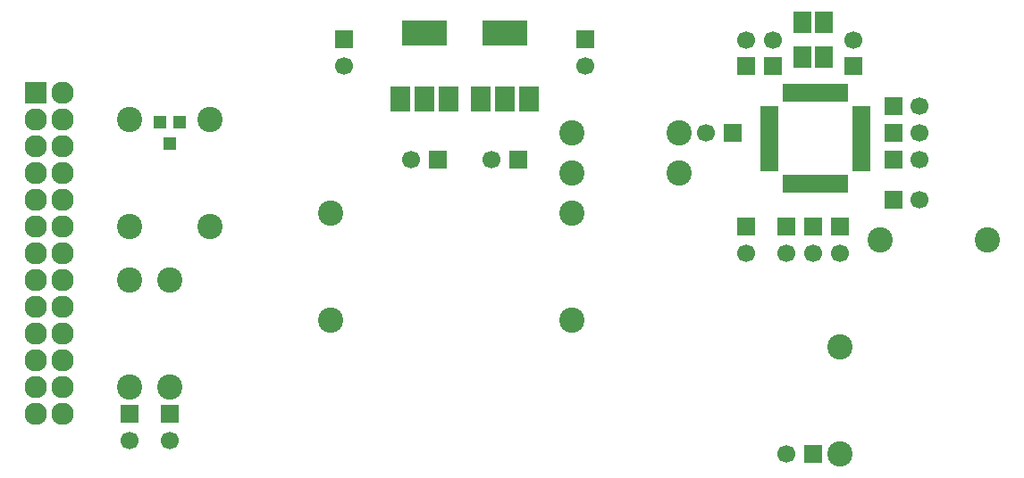
<source format=gbr>
G04 #@! TF.FileFunction,Soldermask,Top*
%FSLAX46Y46*%
G04 Gerber Fmt 4.6, Leading zero omitted, Abs format (unit mm)*
G04 Created by KiCad (PCBNEW 4.0.5+dfsg1-4) date Fri Dec 21 19:33:44 2018*
%MOMM*%
%LPD*%
G01*
G04 APERTURE LIST*
%ADD10C,0.100000*%
%ADD11R,1.700000X0.650000*%
%ADD12R,0.650000X1.700000*%
%ADD13R,1.700000X1.700000*%
%ADD14C,1.700000*%
%ADD15R,2.127200X2.127200*%
%ADD16O,2.127200X2.127200*%
%ADD17R,1.200000X1.300000*%
%ADD18C,2.398980*%
%ADD19R,4.200000X2.400000*%
%ADD20R,1.900000X2.400000*%
%ADD21R,1.700000X2.000000*%
G04 APERTURE END LIST*
D10*
D11*
X192564000Y-107398000D03*
X192564000Y-106898000D03*
X192564000Y-106398000D03*
X192564000Y-105898000D03*
X192564000Y-105398000D03*
X192564000Y-104898000D03*
X192564000Y-104398000D03*
X192564000Y-103898000D03*
X192564000Y-103398000D03*
X192564000Y-102898000D03*
X192564000Y-102398000D03*
X192564000Y-101898000D03*
D12*
X190964000Y-100298000D03*
X190464000Y-100298000D03*
X189964000Y-100298000D03*
X189464000Y-100298000D03*
X188964000Y-100298000D03*
X188464000Y-100298000D03*
X187964000Y-100298000D03*
X187464000Y-100298000D03*
X186964000Y-100298000D03*
X186464000Y-100298000D03*
X185964000Y-100298000D03*
X185464000Y-100298000D03*
D11*
X183864000Y-101898000D03*
X183864000Y-102398000D03*
X183864000Y-102898000D03*
X183864000Y-103398000D03*
X183864000Y-103898000D03*
X183864000Y-104398000D03*
X183864000Y-104898000D03*
X183864000Y-105398000D03*
X183864000Y-105898000D03*
X183864000Y-106398000D03*
X183864000Y-106898000D03*
X183864000Y-107398000D03*
D12*
X185464000Y-108998000D03*
X185964000Y-108998000D03*
X186464000Y-108998000D03*
X186964000Y-108998000D03*
X187464000Y-108998000D03*
X187964000Y-108998000D03*
X188464000Y-108998000D03*
X188964000Y-108998000D03*
X189464000Y-108998000D03*
X189964000Y-108998000D03*
X190464000Y-108998000D03*
X190964000Y-108998000D03*
D13*
X181610000Y-113030000D03*
D14*
X181610000Y-115530000D03*
D15*
X114300000Y-100330000D03*
D16*
X116840000Y-100330000D03*
X114300000Y-102870000D03*
X116840000Y-102870000D03*
X114300000Y-105410000D03*
X116840000Y-105410000D03*
X114300000Y-107950000D03*
X116840000Y-107950000D03*
X114300000Y-110490000D03*
X116840000Y-110490000D03*
X114300000Y-113030000D03*
X116840000Y-113030000D03*
X114300000Y-115570000D03*
X116840000Y-115570000D03*
X114300000Y-118110000D03*
X116840000Y-118110000D03*
X114300000Y-120650000D03*
X116840000Y-120650000D03*
X114300000Y-123190000D03*
X116840000Y-123190000D03*
X114300000Y-125730000D03*
X116840000Y-125730000D03*
X114300000Y-128270000D03*
X116840000Y-128270000D03*
X114300000Y-130810000D03*
X116840000Y-130810000D03*
D13*
X160020000Y-106680000D03*
D14*
X157520000Y-106680000D03*
D13*
X152400000Y-106680000D03*
D14*
X149900000Y-106680000D03*
D13*
X143510000Y-95250000D03*
D14*
X143510000Y-97750000D03*
D13*
X166370000Y-95250000D03*
D14*
X166370000Y-97750000D03*
D13*
X184150000Y-97790000D03*
D14*
X184150000Y-95290000D03*
D13*
X191770000Y-97790000D03*
D14*
X191770000Y-95290000D03*
D13*
X195580000Y-104140000D03*
D14*
X198080000Y-104140000D03*
D13*
X195580000Y-101600000D03*
D14*
X198080000Y-101600000D03*
D13*
X195580000Y-106680000D03*
D14*
X198080000Y-106680000D03*
D13*
X181610000Y-97790000D03*
D14*
X181610000Y-95290000D03*
D13*
X180340000Y-104140000D03*
D14*
X177840000Y-104140000D03*
D13*
X185420000Y-113030000D03*
D14*
X185420000Y-115530000D03*
D13*
X187960000Y-113030000D03*
D14*
X187960000Y-115530000D03*
D13*
X190500000Y-113030000D03*
D14*
X190500000Y-115530000D03*
D13*
X187960000Y-134620000D03*
D14*
X185460000Y-134620000D03*
D13*
X127000000Y-130810000D03*
D14*
X127000000Y-133310000D03*
D13*
X123190000Y-130810000D03*
D14*
X123190000Y-133310000D03*
D13*
X195580000Y-110490000D03*
D14*
X198080000Y-110490000D03*
D17*
X127950000Y-103140000D03*
X126050000Y-103140000D03*
X127000000Y-105140000D03*
D18*
X165100000Y-121920000D03*
X165100000Y-111760000D03*
X142240000Y-121920000D03*
X142240000Y-111760000D03*
X165100000Y-107950000D03*
X175260000Y-107950000D03*
X165100000Y-104140000D03*
X175260000Y-104140000D03*
X190500000Y-134620000D03*
X190500000Y-124460000D03*
X127000000Y-128270000D03*
X127000000Y-118110000D03*
X123190000Y-128270000D03*
X123190000Y-118110000D03*
X194310000Y-114300000D03*
X204470000Y-114300000D03*
X130810000Y-113030000D03*
X130810000Y-102870000D03*
X123190000Y-102870000D03*
X123190000Y-113030000D03*
D19*
X151130000Y-94640000D03*
D20*
X151130000Y-100940000D03*
X153430000Y-100940000D03*
X148830000Y-100940000D03*
D19*
X158750000Y-94640000D03*
D20*
X158750000Y-100940000D03*
X161050000Y-100940000D03*
X156450000Y-100940000D03*
D21*
X186960000Y-93600000D03*
X186960000Y-96900000D03*
X188960000Y-96900000D03*
X188960000Y-93600000D03*
M02*

</source>
